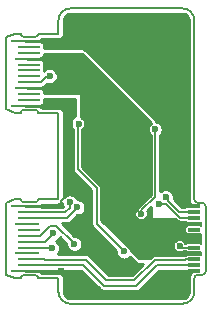
<source format=gbl>
G04 #@! TF.GenerationSoftware,KiCad,Pcbnew,5.0.1*
G04 #@! TF.CreationDate,2018-12-03T20:07:42+01:00*
G04 #@! TF.ProjectId,pd-buddy-wye,70642D62756464792D7779652E6B6963,v1.2*
G04 #@! TF.SameCoordinates,Original*
G04 #@! TF.FileFunction,Copper,L2,Bot,Signal*
G04 #@! TF.FilePolarity,Positive*
%FSLAX46Y46*%
G04 Gerber Fmt 4.6, Leading zero omitted, Abs format (unit mm)*
G04 Created by KiCad (PCBNEW 5.0.1) date Mo 03 Dez 2018 20:07:42 CET*
%MOMM*%
%LPD*%
G01*
G04 APERTURE LIST*
G04 #@! TA.AperFunction,NonConductor*
%ADD10C,0.150000*%
G04 #@! TD*
G04 #@! TA.AperFunction,SMDPad,CuDef*
%ADD11R,1.150000X0.700000*%
G04 #@! TD*
G04 #@! TA.AperFunction,SMDPad,CuDef*
%ADD12R,1.000000X0.340000*%
G04 #@! TD*
G04 #@! TA.AperFunction,SMDPad,CuDef*
%ADD13R,0.500000X0.500000*%
G04 #@! TD*
G04 #@! TA.AperFunction,ConnectorPad*
%ADD14R,1.830000X0.250000*%
G04 #@! TD*
G04 #@! TA.AperFunction,ConnectorPad*
%ADD15R,2.030000X0.250000*%
G04 #@! TD*
G04 #@! TA.AperFunction,ConnectorPad*
%ADD16R,2.380000X0.250000*%
G04 #@! TD*
G04 #@! TA.AperFunction,ComponentPad*
%ADD17C,6.400000*%
G04 #@! TD*
G04 #@! TA.AperFunction,ComponentPad*
%ADD18C,0.600000*%
G04 #@! TD*
G04 #@! TA.AperFunction,ViaPad*
%ADD19C,0.700000*%
G04 #@! TD*
G04 #@! TA.AperFunction,ViaPad*
%ADD20C,0.600000*%
G04 #@! TD*
G04 #@! TA.AperFunction,Conductor*
%ADD21C,0.250000*%
G04 #@! TD*
G04 #@! TA.AperFunction,Conductor*
%ADD22C,0.160000*%
G04 #@! TD*
G04 #@! TA.AperFunction,Conductor*
%ADD23C,0.200000*%
G04 #@! TD*
G04 #@! TA.AperFunction,Conductor*
%ADD24C,0.127000*%
G04 #@! TD*
G04 #@! TA.AperFunction,Conductor*
%ADD25C,0.254000*%
G04 #@! TD*
G04 APERTURE END LIST*
D10*
X30900000Y-22550000D02*
X30900000Y-15500000D01*
X30900000Y-38550000D02*
X30900000Y-37400000D01*
X17700000Y-30700000D02*
G75*
G02X17450000Y-30950000I-250000J0D01*
G01*
X16450000Y-30950000D02*
G75*
G02X16200000Y-30700000I0J250000D01*
G01*
X16200000Y-37400000D02*
G75*
G02X16450000Y-37150000I250000J0D01*
G01*
X17450000Y-37150000D02*
G75*
G02X17700000Y-37400000I0J-250000D01*
G01*
X17450000Y-23150000D02*
G75*
G02X17700000Y-23400000I0J-250000D01*
G01*
X16200000Y-23400000D02*
G75*
G02X16450000Y-23150000I250000J0D01*
G01*
X16450000Y-16950000D02*
G75*
G02X16200000Y-16700000I0J250000D01*
G01*
X17700000Y-16700000D02*
G75*
G02X17450000Y-16950000I-250000J0D01*
G01*
X19400000Y-37400000D02*
X19400000Y-38550000D01*
X17700000Y-37400000D02*
X19400000Y-37400000D01*
X16450000Y-37150000D02*
X17450000Y-37150000D01*
X15700000Y-37400000D02*
X16200000Y-37400000D01*
X14950000Y-37100000D02*
X15700000Y-37400000D01*
X14950000Y-31000000D02*
X14950000Y-37100000D01*
X15700000Y-30700000D02*
X14950000Y-31000000D01*
X16200000Y-30700000D02*
X15700000Y-30700000D01*
X17450000Y-30950000D02*
X16450000Y-30950000D01*
X19400000Y-30700000D02*
X17700000Y-30700000D01*
X19400000Y-23400000D02*
X19400000Y-30700000D01*
X17700000Y-23400000D02*
X19400000Y-23400000D01*
X16450000Y-23150000D02*
X17450000Y-23150000D01*
X15700000Y-23400000D02*
X16200000Y-23400000D01*
X14950000Y-23100000D02*
X15700000Y-23400000D01*
X14950000Y-17000000D02*
X14950000Y-23100000D01*
X15700000Y-16700000D02*
X14950000Y-17000000D01*
X16200000Y-16700000D02*
X15700000Y-16700000D01*
X17450000Y-16950000D02*
X16450000Y-16950000D01*
X19400000Y-16700000D02*
X17700000Y-16700000D01*
X19400000Y-15550000D02*
X19400000Y-16700000D01*
X31200000Y-31000000D02*
X31560000Y-31000000D01*
X30900000Y-30700000D02*
G75*
G03X31200000Y-31000000I300000J0D01*
G01*
X31860000Y-31300000D02*
X31860000Y-36800000D01*
X31860000Y-31300000D02*
G75*
G03X31560000Y-31000000I-300000J0D01*
G01*
X31560000Y-37100000D02*
X31200000Y-37100000D01*
X31560000Y-37100000D02*
G75*
G03X31860000Y-36800000I0J300000D01*
G01*
X31200000Y-37100000D02*
G75*
G03X30900000Y-37400000I0J-300000D01*
G01*
X30900000Y-15550000D02*
G75*
G03X29900000Y-14550000I-1000000J0D01*
G01*
X20400000Y-14550000D02*
G75*
G03X19400000Y-15550000I0J-1000000D01*
G01*
X19400000Y-38550000D02*
G75*
G03X20400000Y-39550000I1000000J0D01*
G01*
X29900000Y-39550000D02*
G75*
G03X30900000Y-38550000I0J1000000D01*
G01*
X20400000Y-39550000D02*
X29900000Y-39550000D01*
X29900000Y-14550000D02*
X20400000Y-14550000D01*
X30900000Y-30700000D02*
X30900000Y-22550000D01*
D11*
G04 #@! TO.P,P1,S1*
G04 #@! TO.N,GND*
X30020000Y-37470000D03*
D12*
G04 #@! TO.P,P1,B1*
X30860000Y-36800000D03*
G04 #@! TO.P,P1,B2*
G04 #@! TO.N,/TX2+*
X30860000Y-36300000D03*
G04 #@! TO.P,P1,B3*
G04 #@! TO.N,/TX2-*
X30860000Y-35800000D03*
G04 #@! TO.P,P1,B4*
G04 #@! TO.N,VBUS*
X30860000Y-35300000D03*
G04 #@! TO.P,P1,B5*
G04 #@! TO.N,/CC2P*
X30860000Y-34800000D03*
G04 #@! TO.P,P1,B8*
G04 #@! TO.N,Net-(P1-PadB8)*
X30860000Y-33300000D03*
G04 #@! TO.P,P1,B9*
G04 #@! TO.N,VBUS*
X30860000Y-32800000D03*
G04 #@! TO.P,P1,B10*
G04 #@! TO.N,/RX1-*
X30860000Y-32300000D03*
G04 #@! TO.P,P1,B11*
G04 #@! TO.N,/RX1+*
X30860000Y-31800000D03*
G04 #@! TO.P,P1,B12*
G04 #@! TO.N,GND*
X30860000Y-31300000D03*
G04 #@! TD*
D13*
G04 #@! TO.P,J2,S1*
G04 #@! TO.N,GND*
X19650000Y-31300000D03*
X19650000Y-36800000D03*
D14*
G04 #@! TO.P,J2,B11*
G04 #@! TO.N,/RX1+*
X16865000Y-31800000D03*
G04 #@! TO.P,J2,B6*
G04 #@! TO.N,/D+*
X16865000Y-34300000D03*
D15*
G04 #@! TO.P,J2,B4*
G04 #@! TO.N,VBUS*
X16765000Y-35300000D03*
D14*
G04 #@! TO.P,J2,B10*
G04 #@! TO.N,/RX1-*
X16865000Y-32300000D03*
D15*
G04 #@! TO.P,J2,B9*
G04 #@! TO.N,VBUS*
X16765000Y-32800000D03*
D14*
G04 #@! TO.P,J2,B2*
G04 #@! TO.N,/TX2+*
X16865000Y-36300000D03*
D16*
G04 #@! TO.P,J2,B1*
G04 #@! TO.N,GND*
X16590000Y-36800000D03*
D14*
G04 #@! TO.P,J2,B3*
G04 #@! TO.N,/TX2-*
X16865000Y-35800000D03*
D16*
G04 #@! TO.P,J2,B12*
G04 #@! TO.N,GND*
X16590000Y-31300000D03*
D14*
G04 #@! TO.P,J2,B8*
G04 #@! TO.N,Net-(J2-PadB8)*
X16865000Y-33300000D03*
G04 #@! TO.P,J2,B5*
G04 #@! TO.N,/CC2D*
X16865000Y-34800000D03*
G04 #@! TO.P,J2,B7*
G04 #@! TO.N,/D-*
X16865000Y-33800000D03*
G04 #@! TD*
G04 #@! TO.P,J1,B7*
G04 #@! TO.N,Net-(J1-PadB7)*
X16865000Y-19800000D03*
G04 #@! TO.P,J1,B5*
G04 #@! TO.N,/CC2P*
X16865000Y-20800000D03*
G04 #@! TO.P,J1,B8*
G04 #@! TO.N,Net-(J1-PadB8)*
X16865000Y-19300000D03*
D16*
G04 #@! TO.P,J1,B12*
G04 #@! TO.N,GND*
X16590000Y-17300000D03*
D14*
G04 #@! TO.P,J1,B3*
G04 #@! TO.N,Net-(J1-PadB3)*
X16865000Y-21800000D03*
D16*
G04 #@! TO.P,J1,B1*
G04 #@! TO.N,GND*
X16590000Y-22800000D03*
D14*
G04 #@! TO.P,J1,B2*
G04 #@! TO.N,Net-(J1-PadB2)*
X16865000Y-22300000D03*
D15*
G04 #@! TO.P,J1,B9*
G04 #@! TO.N,VBUS*
X16765000Y-18800000D03*
D14*
G04 #@! TO.P,J1,B10*
G04 #@! TO.N,Net-(J1-PadB10)*
X16865000Y-18300000D03*
D15*
G04 #@! TO.P,J1,B4*
G04 #@! TO.N,VBUS*
X16765000Y-21300000D03*
D14*
G04 #@! TO.P,J1,B6*
G04 #@! TO.N,Net-(J1-PadB6)*
X16865000Y-20300000D03*
G04 #@! TO.P,J1,B11*
G04 #@! TO.N,Net-(J1-PadB11)*
X16865000Y-17800000D03*
D13*
G04 #@! TO.P,J1,S1*
G04 #@! TO.N,GND*
X19650000Y-22800000D03*
X19650000Y-17300000D03*
G04 #@! TD*
D17*
G04 #@! TO.P,MK1,1*
G04 #@! TO.N,GND*
X26950000Y-18500000D03*
D18*
G04 #@! TO.P,MK1,*
G04 #@! TO.N,*
X29350000Y-18500000D03*
X28647056Y-20197056D03*
X26950000Y-20900000D03*
X25252944Y-20197056D03*
X24550000Y-18500000D03*
X25252944Y-16802944D03*
X26950000Y-16100000D03*
X28647056Y-16802944D03*
G04 #@! TD*
D19*
G04 #@! TO.N,GND*
X20400000Y-23550000D03*
X20400000Y-23050000D03*
X20400000Y-22550000D03*
X20400000Y-17550000D03*
X20400000Y-17050000D03*
X20400000Y-16550000D03*
D20*
X28950000Y-37850000D03*
X28950000Y-38300000D03*
D19*
X20450000Y-37050000D03*
D20*
X21300000Y-32880000D03*
X23800038Y-34941338D03*
X28900000Y-29200000D03*
X29350000Y-29200000D03*
X29800000Y-29200000D03*
X30250000Y-29200000D03*
X28450000Y-29200000D03*
X28950000Y-36950000D03*
X28950000Y-37400000D03*
X25550000Y-36900000D03*
X25100000Y-36900000D03*
X24650000Y-36900000D03*
X24200000Y-36900000D03*
X23750000Y-36900000D03*
X21300000Y-29450000D03*
X20950000Y-29150000D03*
X20650000Y-28850000D03*
X20350000Y-28550000D03*
D19*
G04 #@! TO.N,VBUS*
X19900000Y-18800000D03*
X20400000Y-18800000D03*
X20900000Y-18800000D03*
X19900022Y-21300000D03*
X20400000Y-21300000D03*
X20900000Y-21300000D03*
D20*
X28450000Y-32850000D03*
X28900000Y-32850000D03*
X28000000Y-32850000D03*
X27550000Y-32850000D03*
X27192091Y-32657236D03*
X28500000Y-35250000D03*
X28050000Y-35250000D03*
X27600000Y-35250000D03*
X26700000Y-35250000D03*
X27150000Y-35250000D03*
G04 #@! TO.N,/D+*
X18950000Y-33600000D03*
G04 #@! TO.N,/D-*
X20749996Y-34500000D03*
G04 #@! TO.N,/CC1P*
X26390000Y-31950000D03*
X27550000Y-24800000D03*
G04 #@! TO.N,/CC2P*
X18649970Y-20300000D03*
X29659991Y-34685021D03*
X24939990Y-35130000D03*
X21100000Y-24300000D03*
G04 #@! TO.N,/CC2D*
X18850000Y-34850000D03*
G04 #@! TO.N,/RX1-*
X27874479Y-31100521D03*
X21000000Y-31400000D03*
G04 #@! TO.N,/RX1+*
X28475521Y-30499479D03*
X20352913Y-30970797D03*
G04 #@! TD*
D21*
G04 #@! TO.N,GND*
X16590000Y-22800000D02*
X20150000Y-22800000D01*
X16590000Y-17300000D02*
X20150000Y-17300000D01*
X16590000Y-36800000D02*
X19650000Y-36800000D01*
X20200000Y-36800000D02*
X20450000Y-37050000D01*
X19650000Y-36800000D02*
X20200000Y-36800000D01*
X16590000Y-31300000D02*
X19650000Y-31300000D01*
D22*
X19650000Y-30890000D02*
X19650000Y-31300000D01*
X21300000Y-32880000D02*
X21300000Y-32300000D01*
X20490000Y-30050000D02*
X19650000Y-30890000D01*
D21*
G04 #@! TO.N,VBUS*
X16765000Y-18800000D02*
X19900000Y-18800000D01*
X16765000Y-21300000D02*
X19900022Y-21300000D01*
D22*
G04 #@! TO.N,/D+*
X16865000Y-34300000D02*
X18250000Y-34300000D01*
X18650001Y-33899999D02*
X18950000Y-33600000D01*
X18250000Y-34300000D02*
X18650001Y-33899999D01*
G04 #@! TO.N,/D-*
X20749996Y-34449996D02*
X20749996Y-34600000D01*
X20700000Y-34400000D02*
X20749996Y-34449996D01*
X20750000Y-34450000D02*
X20750000Y-34550000D01*
X18700000Y-32950000D02*
X19200000Y-32950000D01*
X16865000Y-33800000D02*
X17850000Y-33800000D01*
X20700000Y-34450000D02*
X20750000Y-34450000D01*
X19200000Y-32950000D02*
X20700000Y-34450000D01*
X17850000Y-33800000D02*
X18700000Y-32950000D01*
G04 #@! TO.N,/CC1P*
X27550000Y-30500000D02*
X27550000Y-24800000D01*
X26390000Y-31950000D02*
X26390000Y-31660000D01*
X26390000Y-31660000D02*
X27550000Y-30500000D01*
G04 #@! TO.N,/CC2P*
X18400000Y-20300000D02*
X18649970Y-20300000D01*
X16865000Y-20800000D02*
X17900000Y-20800000D01*
X17900000Y-20800000D02*
X18400000Y-20300000D01*
X30860000Y-34800000D02*
X29774970Y-34800000D01*
X29774970Y-34800000D02*
X29659991Y-34685021D01*
X21050000Y-24350000D02*
X21100000Y-24300000D01*
X22650000Y-29750000D02*
X21050000Y-28150000D01*
X24939990Y-35130000D02*
X22650000Y-32840010D01*
X21050000Y-28150000D02*
X21050000Y-24350000D01*
X22650000Y-32840010D02*
X22650000Y-29750000D01*
G04 #@! TO.N,/CC2D*
X16865000Y-34800000D02*
X18800000Y-34800000D01*
X18800000Y-34800000D02*
X18850000Y-34850000D01*
D23*
G04 #@! TO.N,/TX2+*
X18262501Y-36275000D02*
X21506800Y-36275000D01*
X16865000Y-36300000D02*
X18237501Y-36300000D01*
X18237501Y-36300000D02*
X18262501Y-36275000D01*
X21506800Y-36275000D02*
X23256800Y-38025000D01*
X23256800Y-38025000D02*
X25993200Y-38025000D01*
X25993200Y-38025000D02*
X27743200Y-36275000D01*
X30109999Y-36300000D02*
X30860000Y-36300000D01*
X30084999Y-36275000D02*
X30109999Y-36300000D01*
X27743200Y-36275000D02*
X30084999Y-36275000D01*
G04 #@! TO.N,/TX2-*
X16865000Y-35800000D02*
X18237501Y-35800000D01*
X18262501Y-35825000D02*
X21693200Y-35825000D01*
X18237501Y-35800000D02*
X18262501Y-35825000D01*
X21693200Y-35825000D02*
X23443200Y-37575000D01*
X23443200Y-37575000D02*
X25806800Y-37575000D01*
X25806800Y-37575000D02*
X27556800Y-35825000D01*
X30109999Y-35800000D02*
X30860000Y-35800000D01*
X27556800Y-35825000D02*
X30084999Y-35825000D01*
X30084999Y-35825000D02*
X30109999Y-35800000D01*
D22*
G04 #@! TO.N,/RX1-*
X30200000Y-32300000D02*
X30860000Y-32300000D01*
X29675000Y-32300000D02*
X30200000Y-32300000D01*
X27874479Y-31100521D02*
X28475521Y-31100521D01*
X28475521Y-31100521D02*
X29675000Y-32300000D01*
X20100000Y-32300000D02*
X20700001Y-31699999D01*
X16865000Y-32300000D02*
X20100000Y-32300000D01*
X20700001Y-31699999D02*
X21000000Y-31400000D01*
G04 #@! TO.N,/RX1+*
X29625000Y-31800000D02*
X30860000Y-31800000D01*
X28475521Y-30499479D02*
X28666563Y-30690521D01*
X28666563Y-30690521D02*
X28666563Y-30841563D01*
X28666563Y-30841563D02*
X29625000Y-31800000D01*
X16865000Y-31800000D02*
X19976690Y-31800000D01*
X20352913Y-31395061D02*
X20352913Y-30970797D01*
X20352913Y-31423777D02*
X20352913Y-31395061D01*
X19976690Y-31800000D02*
X20352913Y-31423777D01*
G04 #@! TD*
D24*
G04 #@! TO.N,VBUS*
G36*
X29457266Y-32497337D02*
X29466460Y-32508540D01*
X29511151Y-32545217D01*
X29562139Y-32572471D01*
X29600681Y-32584162D01*
X29617463Y-32589253D01*
X29623128Y-32589811D01*
X29660583Y-32593500D01*
X29660590Y-32593500D01*
X29674999Y-32594919D01*
X29689408Y-32593500D01*
X30185161Y-32593500D01*
X30208302Y-32621698D01*
X30240812Y-32648378D01*
X30277902Y-32668203D01*
X30318147Y-32680411D01*
X30360000Y-32684533D01*
X31360000Y-32684533D01*
X31401853Y-32680411D01*
X31442098Y-32668203D01*
X31479188Y-32648378D01*
X31486500Y-32642377D01*
X31486500Y-32957623D01*
X31479188Y-32951622D01*
X31442098Y-32931797D01*
X31401853Y-32919589D01*
X31360000Y-32915467D01*
X30360000Y-32915467D01*
X30318147Y-32919589D01*
X30277902Y-32931797D01*
X30240812Y-32951622D01*
X30208302Y-32978302D01*
X30181622Y-33010812D01*
X30161797Y-33047902D01*
X30149589Y-33088147D01*
X30145467Y-33130000D01*
X30145467Y-33470000D01*
X30149589Y-33511853D01*
X30161797Y-33552098D01*
X30181622Y-33589188D01*
X30208302Y-33621698D01*
X30240812Y-33648378D01*
X30277902Y-33668203D01*
X30318147Y-33680411D01*
X30360000Y-33684533D01*
X31360000Y-33684533D01*
X31401853Y-33680411D01*
X31442098Y-33668203D01*
X31479188Y-33648378D01*
X31486500Y-33642377D01*
X31486500Y-34457623D01*
X31479188Y-34451622D01*
X31442098Y-34431797D01*
X31401853Y-34419589D01*
X31360000Y-34415467D01*
X30360000Y-34415467D01*
X30318147Y-34419589D01*
X30277902Y-34431797D01*
X30240812Y-34451622D01*
X30208302Y-34478302D01*
X30185161Y-34506500D01*
X30141854Y-34506500D01*
X30115049Y-34441787D01*
X30058853Y-34357684D01*
X29987328Y-34286159D01*
X29903225Y-34229963D01*
X29809774Y-34191254D01*
X29710566Y-34171521D01*
X29609416Y-34171521D01*
X29510208Y-34191254D01*
X29416757Y-34229963D01*
X29332654Y-34286159D01*
X29261129Y-34357684D01*
X29204933Y-34441787D01*
X29166224Y-34535238D01*
X29146491Y-34634446D01*
X29146491Y-34735596D01*
X29166224Y-34834804D01*
X29204933Y-34928255D01*
X29261129Y-35012358D01*
X29332654Y-35083883D01*
X29416757Y-35140079D01*
X29510208Y-35178788D01*
X29609416Y-35198521D01*
X29710566Y-35198521D01*
X29809774Y-35178788D01*
X29903225Y-35140079D01*
X29972935Y-35093500D01*
X30185161Y-35093500D01*
X30208302Y-35121698D01*
X30240812Y-35148378D01*
X30277902Y-35168203D01*
X30318147Y-35180411D01*
X30360000Y-35184533D01*
X31360000Y-35184533D01*
X31401853Y-35180411D01*
X31442098Y-35168203D01*
X31479188Y-35148378D01*
X31486500Y-35142377D01*
X31486500Y-35457623D01*
X31479188Y-35451622D01*
X31442098Y-35431797D01*
X31401853Y-35419589D01*
X31360000Y-35415467D01*
X30360000Y-35415467D01*
X30318147Y-35419589D01*
X30277902Y-35431797D01*
X30240812Y-35451622D01*
X30208302Y-35478302D01*
X30201574Y-35486500D01*
X30125380Y-35486500D01*
X30109998Y-35484985D01*
X30094616Y-35486500D01*
X30094607Y-35486500D01*
X30048542Y-35491037D01*
X29989448Y-35508963D01*
X29984702Y-35511500D01*
X27572192Y-35511500D01*
X27556800Y-35509984D01*
X27541408Y-35511500D01*
X27495343Y-35516037D01*
X27436249Y-35533963D01*
X27381786Y-35563074D01*
X27334050Y-35602250D01*
X27324238Y-35614206D01*
X27201944Y-35736500D01*
X26263500Y-35736500D01*
X26263500Y-32448398D01*
X26339425Y-32463500D01*
X26440575Y-32463500D01*
X26539783Y-32443767D01*
X26633234Y-32405058D01*
X26695430Y-32363500D01*
X29323429Y-32363500D01*
X29457266Y-32497337D01*
X29457266Y-32497337D01*
G37*
X29457266Y-32497337D02*
X29466460Y-32508540D01*
X29511151Y-32545217D01*
X29562139Y-32572471D01*
X29600681Y-32584162D01*
X29617463Y-32589253D01*
X29623128Y-32589811D01*
X29660583Y-32593500D01*
X29660590Y-32593500D01*
X29674999Y-32594919D01*
X29689408Y-32593500D01*
X30185161Y-32593500D01*
X30208302Y-32621698D01*
X30240812Y-32648378D01*
X30277902Y-32668203D01*
X30318147Y-32680411D01*
X30360000Y-32684533D01*
X31360000Y-32684533D01*
X31401853Y-32680411D01*
X31442098Y-32668203D01*
X31479188Y-32648378D01*
X31486500Y-32642377D01*
X31486500Y-32957623D01*
X31479188Y-32951622D01*
X31442098Y-32931797D01*
X31401853Y-32919589D01*
X31360000Y-32915467D01*
X30360000Y-32915467D01*
X30318147Y-32919589D01*
X30277902Y-32931797D01*
X30240812Y-32951622D01*
X30208302Y-32978302D01*
X30181622Y-33010812D01*
X30161797Y-33047902D01*
X30149589Y-33088147D01*
X30145467Y-33130000D01*
X30145467Y-33470000D01*
X30149589Y-33511853D01*
X30161797Y-33552098D01*
X30181622Y-33589188D01*
X30208302Y-33621698D01*
X30240812Y-33648378D01*
X30277902Y-33668203D01*
X30318147Y-33680411D01*
X30360000Y-33684533D01*
X31360000Y-33684533D01*
X31401853Y-33680411D01*
X31442098Y-33668203D01*
X31479188Y-33648378D01*
X31486500Y-33642377D01*
X31486500Y-34457623D01*
X31479188Y-34451622D01*
X31442098Y-34431797D01*
X31401853Y-34419589D01*
X31360000Y-34415467D01*
X30360000Y-34415467D01*
X30318147Y-34419589D01*
X30277902Y-34431797D01*
X30240812Y-34451622D01*
X30208302Y-34478302D01*
X30185161Y-34506500D01*
X30141854Y-34506500D01*
X30115049Y-34441787D01*
X30058853Y-34357684D01*
X29987328Y-34286159D01*
X29903225Y-34229963D01*
X29809774Y-34191254D01*
X29710566Y-34171521D01*
X29609416Y-34171521D01*
X29510208Y-34191254D01*
X29416757Y-34229963D01*
X29332654Y-34286159D01*
X29261129Y-34357684D01*
X29204933Y-34441787D01*
X29166224Y-34535238D01*
X29146491Y-34634446D01*
X29146491Y-34735596D01*
X29166224Y-34834804D01*
X29204933Y-34928255D01*
X29261129Y-35012358D01*
X29332654Y-35083883D01*
X29416757Y-35140079D01*
X29510208Y-35178788D01*
X29609416Y-35198521D01*
X29710566Y-35198521D01*
X29809774Y-35178788D01*
X29903225Y-35140079D01*
X29972935Y-35093500D01*
X30185161Y-35093500D01*
X30208302Y-35121698D01*
X30240812Y-35148378D01*
X30277902Y-35168203D01*
X30318147Y-35180411D01*
X30360000Y-35184533D01*
X31360000Y-35184533D01*
X31401853Y-35180411D01*
X31442098Y-35168203D01*
X31479188Y-35148378D01*
X31486500Y-35142377D01*
X31486500Y-35457623D01*
X31479188Y-35451622D01*
X31442098Y-35431797D01*
X31401853Y-35419589D01*
X31360000Y-35415467D01*
X30360000Y-35415467D01*
X30318147Y-35419589D01*
X30277902Y-35431797D01*
X30240812Y-35451622D01*
X30208302Y-35478302D01*
X30201574Y-35486500D01*
X30125380Y-35486500D01*
X30109998Y-35484985D01*
X30094616Y-35486500D01*
X30094607Y-35486500D01*
X30048542Y-35491037D01*
X29989448Y-35508963D01*
X29984702Y-35511500D01*
X27572192Y-35511500D01*
X27556800Y-35509984D01*
X27541408Y-35511500D01*
X27495343Y-35516037D01*
X27436249Y-35533963D01*
X27381786Y-35563074D01*
X27334050Y-35602250D01*
X27324238Y-35614206D01*
X27201944Y-35736500D01*
X26263500Y-35736500D01*
X26263500Y-32448398D01*
X26339425Y-32463500D01*
X26440575Y-32463500D01*
X26539783Y-32443767D01*
X26633234Y-32405058D01*
X26695430Y-32363500D01*
X29323429Y-32363500D01*
X29457266Y-32497337D01*
D25*
G04 #@! TO.N,GND*
G36*
X22899975Y-38348412D02*
X22915036Y-38366764D01*
X22988278Y-38426872D01*
X23071839Y-38471536D01*
X23135003Y-38490696D01*
X23162507Y-38499040D01*
X23256800Y-38508327D01*
X23280426Y-38506000D01*
X25969574Y-38506000D01*
X25993200Y-38508327D01*
X26016826Y-38506000D01*
X26021883Y-38505502D01*
X26087492Y-38499040D01*
X26178161Y-38471536D01*
X26261722Y-38426872D01*
X26334964Y-38366764D01*
X26350030Y-38348406D01*
X27942437Y-36756000D01*
X29956237Y-36756000D01*
X30015707Y-36774040D01*
X30086373Y-36781000D01*
X30086374Y-36781000D01*
X30109998Y-36783327D01*
X30133622Y-36781000D01*
X30138382Y-36781000D01*
X30147304Y-36788322D01*
X30213492Y-36823701D01*
X30285311Y-36845487D01*
X30360000Y-36852843D01*
X30680985Y-36852843D01*
X30667333Y-36866591D01*
X30637811Y-36895500D01*
X30633753Y-36900406D01*
X30596748Y-36945779D01*
X30573874Y-36980207D01*
X30550530Y-37014298D01*
X30547502Y-37019899D01*
X30520014Y-37071595D01*
X30504249Y-37109841D01*
X30487981Y-37147797D01*
X30486104Y-37153863D01*
X30486099Y-37153875D01*
X30486098Y-37153882D01*
X30469176Y-37209930D01*
X30461149Y-37250467D01*
X30452554Y-37290904D01*
X30451890Y-37297225D01*
X30451889Y-37297231D01*
X30451889Y-37297236D01*
X30446176Y-37355505D01*
X30446176Y-37355517D01*
X30444001Y-37377601D01*
X30444000Y-38527694D01*
X30431494Y-38655238D01*
X30400930Y-38756470D01*
X30351288Y-38849835D01*
X30284454Y-38931782D01*
X30202980Y-38999183D01*
X30109963Y-39049477D01*
X30008948Y-39080746D01*
X29882853Y-39094000D01*
X20422306Y-39094000D01*
X20294762Y-39081494D01*
X20193530Y-39050930D01*
X20100165Y-39001288D01*
X20018218Y-38934454D01*
X19950817Y-38852980D01*
X19900523Y-38759963D01*
X19869254Y-38658948D01*
X19856000Y-38532853D01*
X19856000Y-37422399D01*
X19858206Y-37400000D01*
X19849402Y-37310608D01*
X19823327Y-37224652D01*
X19780984Y-37145434D01*
X19724001Y-37075999D01*
X19654566Y-37019016D01*
X19575348Y-36976673D01*
X19489392Y-36950598D01*
X19422399Y-36944000D01*
X19400000Y-36941794D01*
X19377601Y-36944000D01*
X17987488Y-36944000D01*
X17977519Y-36931949D01*
X17948180Y-36902813D01*
X17919265Y-36873286D01*
X17914377Y-36869243D01*
X17914372Y-36869238D01*
X17914367Y-36869235D01*
X17914359Y-36869228D01*
X17876548Y-36838391D01*
X17842130Y-36815524D01*
X17824510Y-36803459D01*
X17854689Y-36800487D01*
X17918929Y-36781000D01*
X18213875Y-36781000D01*
X18237501Y-36783327D01*
X18261127Y-36781000D01*
X18266397Y-36780481D01*
X18331793Y-36774040D01*
X18338238Y-36772085D01*
X18391263Y-36756000D01*
X21307564Y-36756000D01*
X22899975Y-38348412D01*
X22899975Y-38348412D01*
G37*
X22899975Y-38348412D02*
X22915036Y-38366764D01*
X22988278Y-38426872D01*
X23071839Y-38471536D01*
X23135003Y-38490696D01*
X23162507Y-38499040D01*
X23256800Y-38508327D01*
X23280426Y-38506000D01*
X25969574Y-38506000D01*
X25993200Y-38508327D01*
X26016826Y-38506000D01*
X26021883Y-38505502D01*
X26087492Y-38499040D01*
X26178161Y-38471536D01*
X26261722Y-38426872D01*
X26334964Y-38366764D01*
X26350030Y-38348406D01*
X27942437Y-36756000D01*
X29956237Y-36756000D01*
X30015707Y-36774040D01*
X30086373Y-36781000D01*
X30086374Y-36781000D01*
X30109998Y-36783327D01*
X30133622Y-36781000D01*
X30138382Y-36781000D01*
X30147304Y-36788322D01*
X30213492Y-36823701D01*
X30285311Y-36845487D01*
X30360000Y-36852843D01*
X30680985Y-36852843D01*
X30667333Y-36866591D01*
X30637811Y-36895500D01*
X30633753Y-36900406D01*
X30596748Y-36945779D01*
X30573874Y-36980207D01*
X30550530Y-37014298D01*
X30547502Y-37019899D01*
X30520014Y-37071595D01*
X30504249Y-37109841D01*
X30487981Y-37147797D01*
X30486104Y-37153863D01*
X30486099Y-37153875D01*
X30486098Y-37153882D01*
X30469176Y-37209930D01*
X30461149Y-37250467D01*
X30452554Y-37290904D01*
X30451890Y-37297225D01*
X30451889Y-37297231D01*
X30451889Y-37297236D01*
X30446176Y-37355505D01*
X30446176Y-37355517D01*
X30444001Y-37377601D01*
X30444000Y-38527694D01*
X30431494Y-38655238D01*
X30400930Y-38756470D01*
X30351288Y-38849835D01*
X30284454Y-38931782D01*
X30202980Y-38999183D01*
X30109963Y-39049477D01*
X30008948Y-39080746D01*
X29882853Y-39094000D01*
X20422306Y-39094000D01*
X20294762Y-39081494D01*
X20193530Y-39050930D01*
X20100165Y-39001288D01*
X20018218Y-38934454D01*
X19950817Y-38852980D01*
X19900523Y-38759963D01*
X19869254Y-38658948D01*
X19856000Y-38532853D01*
X19856000Y-37422399D01*
X19858206Y-37400000D01*
X19849402Y-37310608D01*
X19823327Y-37224652D01*
X19780984Y-37145434D01*
X19724001Y-37075999D01*
X19654566Y-37019016D01*
X19575348Y-36976673D01*
X19489392Y-36950598D01*
X19422399Y-36944000D01*
X19400000Y-36941794D01*
X19377601Y-36944000D01*
X17987488Y-36944000D01*
X17977519Y-36931949D01*
X17948180Y-36902813D01*
X17919265Y-36873286D01*
X17914377Y-36869243D01*
X17914372Y-36869238D01*
X17914367Y-36869235D01*
X17914359Y-36869228D01*
X17876548Y-36838391D01*
X17842130Y-36815524D01*
X17824510Y-36803459D01*
X17854689Y-36800487D01*
X17918929Y-36781000D01*
X18213875Y-36781000D01*
X18237501Y-36783327D01*
X18261127Y-36781000D01*
X18266397Y-36780481D01*
X18331793Y-36774040D01*
X18338238Y-36772085D01*
X18391263Y-36756000D01*
X21307564Y-36756000D01*
X22899975Y-38348412D01*
G36*
X20837368Y-23671677D02*
X20777426Y-23696506D01*
X20665888Y-23771033D01*
X20571033Y-23865888D01*
X20496506Y-23977426D01*
X20445171Y-24101360D01*
X20419000Y-24232927D01*
X20419000Y-24367073D01*
X20445171Y-24498640D01*
X20496506Y-24622574D01*
X20571033Y-24734112D01*
X20589001Y-24752080D01*
X20589000Y-28127367D01*
X20586771Y-28150000D01*
X20589000Y-28172633D01*
X20589000Y-28172640D01*
X20595671Y-28240371D01*
X20622031Y-28327269D01*
X20664838Y-28407356D01*
X20722447Y-28477553D01*
X20740042Y-28491993D01*
X22163663Y-29915616D01*
X22175255Y-32164464D01*
X22189000Y-32232496D01*
X22189000Y-32817376D01*
X22186771Y-32840010D01*
X22189000Y-32862643D01*
X22189000Y-32862650D01*
X22195671Y-32930381D01*
X22222031Y-33017279D01*
X22264838Y-33097366D01*
X22322447Y-33167563D01*
X22340042Y-33182003D01*
X24258990Y-35100952D01*
X24258990Y-35197073D01*
X24285161Y-35328640D01*
X24336496Y-35452574D01*
X24411023Y-35564112D01*
X24505878Y-35658967D01*
X24617416Y-35733494D01*
X24741350Y-35784829D01*
X24872917Y-35811000D01*
X25007063Y-35811000D01*
X25138630Y-35784829D01*
X25262564Y-35733494D01*
X25374102Y-35658967D01*
X25446712Y-35586357D01*
X25930591Y-36069406D01*
X25930592Y-36069408D01*
X25930594Y-36069409D01*
X25930824Y-36069639D01*
X26054198Y-36151998D01*
X26200000Y-36181000D01*
X26520563Y-36181000D01*
X25607564Y-37094000D01*
X23642437Y-37094000D01*
X22050030Y-35501594D01*
X22034964Y-35483236D01*
X21961722Y-35423128D01*
X21878161Y-35378464D01*
X21787492Y-35350960D01*
X21716826Y-35344000D01*
X21693200Y-35341673D01*
X21669574Y-35344000D01*
X19319079Y-35344000D01*
X19378967Y-35284112D01*
X19453494Y-35172574D01*
X19504829Y-35048640D01*
X19531000Y-34917073D01*
X19531000Y-34782927D01*
X19504829Y-34651360D01*
X19453494Y-34527426D01*
X19378967Y-34415888D01*
X19284112Y-34321033D01*
X19172574Y-34246506D01*
X19170654Y-34245711D01*
X19272574Y-34203494D01*
X19384112Y-34128967D01*
X19478967Y-34034112D01*
X19540328Y-33942279D01*
X20068996Y-34470948D01*
X20068996Y-34567073D01*
X20095167Y-34698640D01*
X20146502Y-34822574D01*
X20221029Y-34934112D01*
X20315884Y-35028967D01*
X20427422Y-35103494D01*
X20551356Y-35154829D01*
X20682923Y-35181000D01*
X20817069Y-35181000D01*
X20948636Y-35154829D01*
X21072570Y-35103494D01*
X21184108Y-35028967D01*
X21278963Y-34934112D01*
X21353490Y-34822574D01*
X21404825Y-34698640D01*
X21430996Y-34567073D01*
X21430996Y-34432927D01*
X21404825Y-34301360D01*
X21353490Y-34177426D01*
X21278963Y-34065888D01*
X21184108Y-33971033D01*
X21072570Y-33896506D01*
X20948636Y-33845171D01*
X20817069Y-33819000D01*
X20720952Y-33819000D01*
X19662951Y-32761000D01*
X20077367Y-32761000D01*
X20100000Y-32763229D01*
X20122633Y-32761000D01*
X20122641Y-32761000D01*
X20190372Y-32754329D01*
X20277270Y-32727969D01*
X20357357Y-32685162D01*
X20427553Y-32627553D01*
X20441993Y-32609959D01*
X20970953Y-32081000D01*
X21067073Y-32081000D01*
X21198640Y-32054829D01*
X21322574Y-32003494D01*
X21434112Y-31928967D01*
X21528967Y-31834112D01*
X21603494Y-31722574D01*
X21654829Y-31598640D01*
X21681000Y-31467073D01*
X21681000Y-31332927D01*
X21654829Y-31201360D01*
X21603494Y-31077426D01*
X21528967Y-30965888D01*
X21434112Y-30871033D01*
X21322574Y-30796506D01*
X21198640Y-30745171D01*
X21067073Y-30719000D01*
X20985724Y-30719000D01*
X20956407Y-30648223D01*
X20881880Y-30536685D01*
X20787025Y-30441830D01*
X20675487Y-30367303D01*
X20551553Y-30315968D01*
X20419986Y-30289797D01*
X20285840Y-30289797D01*
X20154273Y-30315968D01*
X20030339Y-30367303D01*
X19918801Y-30441830D01*
X19856000Y-30504631D01*
X19856000Y-23422399D01*
X19858206Y-23400000D01*
X19849402Y-23310608D01*
X19823327Y-23224652D01*
X19780984Y-23145434D01*
X19724001Y-23075999D01*
X19654566Y-23019016D01*
X19575348Y-22976673D01*
X19489392Y-22950598D01*
X19422399Y-22944000D01*
X19400000Y-22941794D01*
X19377601Y-22944000D01*
X17987488Y-22944000D01*
X17977519Y-22931949D01*
X17948180Y-22902813D01*
X17919265Y-22873286D01*
X17914377Y-22869243D01*
X17914372Y-22869238D01*
X17914367Y-22869235D01*
X17914359Y-22869228D01*
X17876548Y-22838391D01*
X17842130Y-22815524D01*
X17824510Y-22803459D01*
X17854689Y-22800487D01*
X17926508Y-22778701D01*
X17992696Y-22743322D01*
X18050711Y-22695711D01*
X18098322Y-22637696D01*
X18133701Y-22571508D01*
X18155487Y-22499689D01*
X18162843Y-22425000D01*
X18162843Y-22181000D01*
X20839208Y-22181000D01*
X20837368Y-23671677D01*
X20837368Y-23671677D01*
G37*
X20837368Y-23671677D02*
X20777426Y-23696506D01*
X20665888Y-23771033D01*
X20571033Y-23865888D01*
X20496506Y-23977426D01*
X20445171Y-24101360D01*
X20419000Y-24232927D01*
X20419000Y-24367073D01*
X20445171Y-24498640D01*
X20496506Y-24622574D01*
X20571033Y-24734112D01*
X20589001Y-24752080D01*
X20589000Y-28127367D01*
X20586771Y-28150000D01*
X20589000Y-28172633D01*
X20589000Y-28172640D01*
X20595671Y-28240371D01*
X20622031Y-28327269D01*
X20664838Y-28407356D01*
X20722447Y-28477553D01*
X20740042Y-28491993D01*
X22163663Y-29915616D01*
X22175255Y-32164464D01*
X22189000Y-32232496D01*
X22189000Y-32817376D01*
X22186771Y-32840010D01*
X22189000Y-32862643D01*
X22189000Y-32862650D01*
X22195671Y-32930381D01*
X22222031Y-33017279D01*
X22264838Y-33097366D01*
X22322447Y-33167563D01*
X22340042Y-33182003D01*
X24258990Y-35100952D01*
X24258990Y-35197073D01*
X24285161Y-35328640D01*
X24336496Y-35452574D01*
X24411023Y-35564112D01*
X24505878Y-35658967D01*
X24617416Y-35733494D01*
X24741350Y-35784829D01*
X24872917Y-35811000D01*
X25007063Y-35811000D01*
X25138630Y-35784829D01*
X25262564Y-35733494D01*
X25374102Y-35658967D01*
X25446712Y-35586357D01*
X25930591Y-36069406D01*
X25930592Y-36069408D01*
X25930594Y-36069409D01*
X25930824Y-36069639D01*
X26054198Y-36151998D01*
X26200000Y-36181000D01*
X26520563Y-36181000D01*
X25607564Y-37094000D01*
X23642437Y-37094000D01*
X22050030Y-35501594D01*
X22034964Y-35483236D01*
X21961722Y-35423128D01*
X21878161Y-35378464D01*
X21787492Y-35350960D01*
X21716826Y-35344000D01*
X21693200Y-35341673D01*
X21669574Y-35344000D01*
X19319079Y-35344000D01*
X19378967Y-35284112D01*
X19453494Y-35172574D01*
X19504829Y-35048640D01*
X19531000Y-34917073D01*
X19531000Y-34782927D01*
X19504829Y-34651360D01*
X19453494Y-34527426D01*
X19378967Y-34415888D01*
X19284112Y-34321033D01*
X19172574Y-34246506D01*
X19170654Y-34245711D01*
X19272574Y-34203494D01*
X19384112Y-34128967D01*
X19478967Y-34034112D01*
X19540328Y-33942279D01*
X20068996Y-34470948D01*
X20068996Y-34567073D01*
X20095167Y-34698640D01*
X20146502Y-34822574D01*
X20221029Y-34934112D01*
X20315884Y-35028967D01*
X20427422Y-35103494D01*
X20551356Y-35154829D01*
X20682923Y-35181000D01*
X20817069Y-35181000D01*
X20948636Y-35154829D01*
X21072570Y-35103494D01*
X21184108Y-35028967D01*
X21278963Y-34934112D01*
X21353490Y-34822574D01*
X21404825Y-34698640D01*
X21430996Y-34567073D01*
X21430996Y-34432927D01*
X21404825Y-34301360D01*
X21353490Y-34177426D01*
X21278963Y-34065888D01*
X21184108Y-33971033D01*
X21072570Y-33896506D01*
X20948636Y-33845171D01*
X20817069Y-33819000D01*
X20720952Y-33819000D01*
X19662951Y-32761000D01*
X20077367Y-32761000D01*
X20100000Y-32763229D01*
X20122633Y-32761000D01*
X20122641Y-32761000D01*
X20190372Y-32754329D01*
X20277270Y-32727969D01*
X20357357Y-32685162D01*
X20427553Y-32627553D01*
X20441993Y-32609959D01*
X20970953Y-32081000D01*
X21067073Y-32081000D01*
X21198640Y-32054829D01*
X21322574Y-32003494D01*
X21434112Y-31928967D01*
X21528967Y-31834112D01*
X21603494Y-31722574D01*
X21654829Y-31598640D01*
X21681000Y-31467073D01*
X21681000Y-31332927D01*
X21654829Y-31201360D01*
X21603494Y-31077426D01*
X21528967Y-30965888D01*
X21434112Y-30871033D01*
X21322574Y-30796506D01*
X21198640Y-30745171D01*
X21067073Y-30719000D01*
X20985724Y-30719000D01*
X20956407Y-30648223D01*
X20881880Y-30536685D01*
X20787025Y-30441830D01*
X20675487Y-30367303D01*
X20551553Y-30315968D01*
X20419986Y-30289797D01*
X20285840Y-30289797D01*
X20154273Y-30315968D01*
X20030339Y-30367303D01*
X19918801Y-30441830D01*
X19856000Y-30504631D01*
X19856000Y-23422399D01*
X19858206Y-23400000D01*
X19849402Y-23310608D01*
X19823327Y-23224652D01*
X19780984Y-23145434D01*
X19724001Y-23075999D01*
X19654566Y-23019016D01*
X19575348Y-22976673D01*
X19489392Y-22950598D01*
X19422399Y-22944000D01*
X19400000Y-22941794D01*
X19377601Y-22944000D01*
X17987488Y-22944000D01*
X17977519Y-22931949D01*
X17948180Y-22902813D01*
X17919265Y-22873286D01*
X17914377Y-22869243D01*
X17914372Y-22869238D01*
X17914367Y-22869235D01*
X17914359Y-22869228D01*
X17876548Y-22838391D01*
X17842130Y-22815524D01*
X17824510Y-22803459D01*
X17854689Y-22800487D01*
X17926508Y-22778701D01*
X17992696Y-22743322D01*
X18050711Y-22695711D01*
X18098322Y-22637696D01*
X18133701Y-22571508D01*
X18155487Y-22499689D01*
X18162843Y-22425000D01*
X18162843Y-22181000D01*
X20839208Y-22181000D01*
X20837368Y-23671677D01*
G36*
X30005239Y-15018506D02*
X30106470Y-15049069D01*
X30199836Y-15098713D01*
X30281781Y-15165546D01*
X30349185Y-15247023D01*
X30399478Y-15340038D01*
X30430746Y-15441052D01*
X30444001Y-15567157D01*
X30444000Y-22572398D01*
X30444001Y-22572408D01*
X30444000Y-30722398D01*
X30445895Y-30741643D01*
X30445883Y-30743421D01*
X30446505Y-30749758D01*
X30449518Y-30778427D01*
X30450598Y-30789391D01*
X30450709Y-30789757D01*
X30452625Y-30807987D01*
X30460940Y-30848498D01*
X30468680Y-30889072D01*
X30470520Y-30895167D01*
X30487835Y-30951099D01*
X30503839Y-30989172D01*
X30519333Y-31027521D01*
X30522323Y-31033142D01*
X30550171Y-31084645D01*
X30573259Y-31118875D01*
X30595911Y-31153491D01*
X30599936Y-31158425D01*
X30637257Y-31203537D01*
X30666588Y-31232665D01*
X30680780Y-31247157D01*
X30360000Y-31247157D01*
X30285311Y-31254513D01*
X30213492Y-31276299D01*
X30147304Y-31311678D01*
X30114012Y-31339000D01*
X29815953Y-31339000D01*
X29137770Y-30660818D01*
X29156521Y-30566552D01*
X29156521Y-30432406D01*
X29130350Y-30300839D01*
X29079015Y-30176905D01*
X29004488Y-30065367D01*
X28909633Y-29970512D01*
X28798095Y-29895985D01*
X28674161Y-29844650D01*
X28542594Y-29818479D01*
X28408448Y-29818479D01*
X28276881Y-29844650D01*
X28152947Y-29895985D01*
X28041409Y-29970512D01*
X28011000Y-30000921D01*
X28011000Y-25302079D01*
X28078967Y-25234112D01*
X28153494Y-25122574D01*
X28204829Y-24998640D01*
X28231000Y-24867073D01*
X28231000Y-24732927D01*
X28204829Y-24601360D01*
X28153494Y-24477426D01*
X28078967Y-24365888D01*
X27984112Y-24271033D01*
X27872574Y-24196506D01*
X27748640Y-24145171D01*
X27687710Y-24133051D01*
X27676998Y-24079198D01*
X27594408Y-23955592D01*
X23768799Y-20129983D01*
X24571944Y-20129983D01*
X24571944Y-20264129D01*
X24598115Y-20395696D01*
X24649450Y-20519630D01*
X24723977Y-20631168D01*
X24818832Y-20726023D01*
X24930370Y-20800550D01*
X25054304Y-20851885D01*
X25185871Y-20878056D01*
X25320017Y-20878056D01*
X25451584Y-20851885D01*
X25497352Y-20832927D01*
X26269000Y-20832927D01*
X26269000Y-20967073D01*
X26295171Y-21098640D01*
X26346506Y-21222574D01*
X26421033Y-21334112D01*
X26515888Y-21428967D01*
X26627426Y-21503494D01*
X26751360Y-21554829D01*
X26882927Y-21581000D01*
X27017073Y-21581000D01*
X27148640Y-21554829D01*
X27272574Y-21503494D01*
X27384112Y-21428967D01*
X27478967Y-21334112D01*
X27553494Y-21222574D01*
X27604829Y-21098640D01*
X27631000Y-20967073D01*
X27631000Y-20832927D01*
X27604829Y-20701360D01*
X27553494Y-20577426D01*
X27478967Y-20465888D01*
X27384112Y-20371033D01*
X27272574Y-20296506D01*
X27148640Y-20245171D01*
X27017073Y-20219000D01*
X26882927Y-20219000D01*
X26751360Y-20245171D01*
X26627426Y-20296506D01*
X26515888Y-20371033D01*
X26421033Y-20465888D01*
X26346506Y-20577426D01*
X26295171Y-20701360D01*
X26269000Y-20832927D01*
X25497352Y-20832927D01*
X25575518Y-20800550D01*
X25687056Y-20726023D01*
X25781911Y-20631168D01*
X25856438Y-20519630D01*
X25907773Y-20395696D01*
X25933944Y-20264129D01*
X25933944Y-20129983D01*
X27966056Y-20129983D01*
X27966056Y-20264129D01*
X27992227Y-20395696D01*
X28043562Y-20519630D01*
X28118089Y-20631168D01*
X28212944Y-20726023D01*
X28324482Y-20800550D01*
X28448416Y-20851885D01*
X28579983Y-20878056D01*
X28714129Y-20878056D01*
X28845696Y-20851885D01*
X28969630Y-20800550D01*
X29081168Y-20726023D01*
X29176023Y-20631168D01*
X29250550Y-20519630D01*
X29301885Y-20395696D01*
X29328056Y-20264129D01*
X29328056Y-20129983D01*
X29301885Y-19998416D01*
X29250550Y-19874482D01*
X29176023Y-19762944D01*
X29081168Y-19668089D01*
X28969630Y-19593562D01*
X28845696Y-19542227D01*
X28714129Y-19516056D01*
X28579983Y-19516056D01*
X28448416Y-19542227D01*
X28324482Y-19593562D01*
X28212944Y-19668089D01*
X28118089Y-19762944D01*
X28043562Y-19874482D01*
X27992227Y-19998416D01*
X27966056Y-20129983D01*
X25933944Y-20129983D01*
X25907773Y-19998416D01*
X25856438Y-19874482D01*
X25781911Y-19762944D01*
X25687056Y-19668089D01*
X25575518Y-19593562D01*
X25451584Y-19542227D01*
X25320017Y-19516056D01*
X25185871Y-19516056D01*
X25054304Y-19542227D01*
X24930370Y-19593562D01*
X24818832Y-19668089D01*
X24723977Y-19762944D01*
X24649450Y-19874482D01*
X24598115Y-19998416D01*
X24571944Y-20129983D01*
X23768799Y-20129983D01*
X22071743Y-18432927D01*
X23869000Y-18432927D01*
X23869000Y-18567073D01*
X23895171Y-18698640D01*
X23946506Y-18822574D01*
X24021033Y-18934112D01*
X24115888Y-19028967D01*
X24227426Y-19103494D01*
X24351360Y-19154829D01*
X24482927Y-19181000D01*
X24617073Y-19181000D01*
X24748640Y-19154829D01*
X24872574Y-19103494D01*
X24984112Y-19028967D01*
X25078967Y-18934112D01*
X25153494Y-18822574D01*
X25204829Y-18698640D01*
X25231000Y-18567073D01*
X25231000Y-18432927D01*
X28669000Y-18432927D01*
X28669000Y-18567073D01*
X28695171Y-18698640D01*
X28746506Y-18822574D01*
X28821033Y-18934112D01*
X28915888Y-19028967D01*
X29027426Y-19103494D01*
X29151360Y-19154829D01*
X29282927Y-19181000D01*
X29417073Y-19181000D01*
X29548640Y-19154829D01*
X29672574Y-19103494D01*
X29784112Y-19028967D01*
X29878967Y-18934112D01*
X29953494Y-18822574D01*
X30004829Y-18698640D01*
X30031000Y-18567073D01*
X30031000Y-18432927D01*
X30004829Y-18301360D01*
X29953494Y-18177426D01*
X29878967Y-18065888D01*
X29784112Y-17971033D01*
X29672574Y-17896506D01*
X29548640Y-17845171D01*
X29417073Y-17819000D01*
X29282927Y-17819000D01*
X29151360Y-17845171D01*
X29027426Y-17896506D01*
X28915888Y-17971033D01*
X28821033Y-18065888D01*
X28746506Y-18177426D01*
X28695171Y-18301360D01*
X28669000Y-18432927D01*
X25231000Y-18432927D01*
X25204829Y-18301360D01*
X25153494Y-18177426D01*
X25078967Y-18065888D01*
X24984112Y-17971033D01*
X24872574Y-17896506D01*
X24748640Y-17845171D01*
X24617073Y-17819000D01*
X24482927Y-17819000D01*
X24351360Y-17845171D01*
X24227426Y-17896506D01*
X24115888Y-17971033D01*
X24021033Y-18065888D01*
X23946506Y-18177426D01*
X23895171Y-18301360D01*
X23869000Y-18432927D01*
X22071743Y-18432927D01*
X21669408Y-18030592D01*
X21545802Y-17948002D01*
X21400000Y-17919000D01*
X18162843Y-17919000D01*
X18162843Y-17675000D01*
X18155487Y-17600311D01*
X18133701Y-17528492D01*
X18098322Y-17462304D01*
X18050711Y-17404289D01*
X17992696Y-17356678D01*
X17926508Y-17321299D01*
X17854689Y-17299513D01*
X17824269Y-17296517D01*
X17840959Y-17285259D01*
X17875522Y-17262643D01*
X17880456Y-17258619D01*
X17918051Y-17227519D01*
X17947168Y-17198200D01*
X17976714Y-17169266D01*
X17980758Y-17164377D01*
X17980762Y-17164372D01*
X17980765Y-17164367D01*
X17980772Y-17164359D01*
X17987589Y-17156000D01*
X19377601Y-17156000D01*
X19400000Y-17158206D01*
X19489392Y-17149402D01*
X19575348Y-17123327D01*
X19654566Y-17080984D01*
X19724001Y-17024001D01*
X19780984Y-16954566D01*
X19823327Y-16875348D01*
X19849402Y-16789392D01*
X19854673Y-16735871D01*
X24571944Y-16735871D01*
X24571944Y-16870017D01*
X24598115Y-17001584D01*
X24649450Y-17125518D01*
X24723977Y-17237056D01*
X24818832Y-17331911D01*
X24930370Y-17406438D01*
X25054304Y-17457773D01*
X25185871Y-17483944D01*
X25320017Y-17483944D01*
X25451584Y-17457773D01*
X25575518Y-17406438D01*
X25687056Y-17331911D01*
X25781911Y-17237056D01*
X25856438Y-17125518D01*
X25907773Y-17001584D01*
X25933944Y-16870017D01*
X25933944Y-16735871D01*
X25907773Y-16604304D01*
X25856438Y-16480370D01*
X25781911Y-16368832D01*
X25687056Y-16273977D01*
X25575518Y-16199450D01*
X25451584Y-16148115D01*
X25320017Y-16121944D01*
X25185871Y-16121944D01*
X25054304Y-16148115D01*
X24930370Y-16199450D01*
X24818832Y-16273977D01*
X24723977Y-16368832D01*
X24649450Y-16480370D01*
X24598115Y-16604304D01*
X24571944Y-16735871D01*
X19854673Y-16735871D01*
X19856000Y-16722399D01*
X19858206Y-16700000D01*
X19856000Y-16677601D01*
X19856000Y-16032927D01*
X26269000Y-16032927D01*
X26269000Y-16167073D01*
X26295171Y-16298640D01*
X26346506Y-16422574D01*
X26421033Y-16534112D01*
X26515888Y-16628967D01*
X26627426Y-16703494D01*
X26751360Y-16754829D01*
X26882927Y-16781000D01*
X27017073Y-16781000D01*
X27148640Y-16754829D01*
X27194408Y-16735871D01*
X27966056Y-16735871D01*
X27966056Y-16870017D01*
X27992227Y-17001584D01*
X28043562Y-17125518D01*
X28118089Y-17237056D01*
X28212944Y-17331911D01*
X28324482Y-17406438D01*
X28448416Y-17457773D01*
X28579983Y-17483944D01*
X28714129Y-17483944D01*
X28845696Y-17457773D01*
X28969630Y-17406438D01*
X29081168Y-17331911D01*
X29176023Y-17237056D01*
X29250550Y-17125518D01*
X29301885Y-17001584D01*
X29328056Y-16870017D01*
X29328056Y-16735871D01*
X29301885Y-16604304D01*
X29250550Y-16480370D01*
X29176023Y-16368832D01*
X29081168Y-16273977D01*
X28969630Y-16199450D01*
X28845696Y-16148115D01*
X28714129Y-16121944D01*
X28579983Y-16121944D01*
X28448416Y-16148115D01*
X28324482Y-16199450D01*
X28212944Y-16273977D01*
X28118089Y-16368832D01*
X28043562Y-16480370D01*
X27992227Y-16604304D01*
X27966056Y-16735871D01*
X27194408Y-16735871D01*
X27272574Y-16703494D01*
X27384112Y-16628967D01*
X27478967Y-16534112D01*
X27553494Y-16422574D01*
X27604829Y-16298640D01*
X27631000Y-16167073D01*
X27631000Y-16032927D01*
X27604829Y-15901360D01*
X27553494Y-15777426D01*
X27478967Y-15665888D01*
X27384112Y-15571033D01*
X27272574Y-15496506D01*
X27148640Y-15445171D01*
X27017073Y-15419000D01*
X26882927Y-15419000D01*
X26751360Y-15445171D01*
X26627426Y-15496506D01*
X26515888Y-15571033D01*
X26421033Y-15665888D01*
X26346506Y-15777426D01*
X26295171Y-15901360D01*
X26269000Y-16032927D01*
X19856000Y-16032927D01*
X19856000Y-15572306D01*
X19868506Y-15444761D01*
X19899069Y-15343530D01*
X19948713Y-15250164D01*
X20015546Y-15168219D01*
X20097023Y-15100815D01*
X20190038Y-15050522D01*
X20291052Y-15019254D01*
X20417147Y-15006000D01*
X29877694Y-15006000D01*
X30005239Y-15018506D01*
X30005239Y-15018506D01*
G37*
X30005239Y-15018506D02*
X30106470Y-15049069D01*
X30199836Y-15098713D01*
X30281781Y-15165546D01*
X30349185Y-15247023D01*
X30399478Y-15340038D01*
X30430746Y-15441052D01*
X30444001Y-15567157D01*
X30444000Y-22572398D01*
X30444001Y-22572408D01*
X30444000Y-30722398D01*
X30445895Y-30741643D01*
X30445883Y-30743421D01*
X30446505Y-30749758D01*
X30449518Y-30778427D01*
X30450598Y-30789391D01*
X30450709Y-30789757D01*
X30452625Y-30807987D01*
X30460940Y-30848498D01*
X30468680Y-30889072D01*
X30470520Y-30895167D01*
X30487835Y-30951099D01*
X30503839Y-30989172D01*
X30519333Y-31027521D01*
X30522323Y-31033142D01*
X30550171Y-31084645D01*
X30573259Y-31118875D01*
X30595911Y-31153491D01*
X30599936Y-31158425D01*
X30637257Y-31203537D01*
X30666588Y-31232665D01*
X30680780Y-31247157D01*
X30360000Y-31247157D01*
X30285311Y-31254513D01*
X30213492Y-31276299D01*
X30147304Y-31311678D01*
X30114012Y-31339000D01*
X29815953Y-31339000D01*
X29137770Y-30660818D01*
X29156521Y-30566552D01*
X29156521Y-30432406D01*
X29130350Y-30300839D01*
X29079015Y-30176905D01*
X29004488Y-30065367D01*
X28909633Y-29970512D01*
X28798095Y-29895985D01*
X28674161Y-29844650D01*
X28542594Y-29818479D01*
X28408448Y-29818479D01*
X28276881Y-29844650D01*
X28152947Y-29895985D01*
X28041409Y-29970512D01*
X28011000Y-30000921D01*
X28011000Y-25302079D01*
X28078967Y-25234112D01*
X28153494Y-25122574D01*
X28204829Y-24998640D01*
X28231000Y-24867073D01*
X28231000Y-24732927D01*
X28204829Y-24601360D01*
X28153494Y-24477426D01*
X28078967Y-24365888D01*
X27984112Y-24271033D01*
X27872574Y-24196506D01*
X27748640Y-24145171D01*
X27687710Y-24133051D01*
X27676998Y-24079198D01*
X27594408Y-23955592D01*
X23768799Y-20129983D01*
X24571944Y-20129983D01*
X24571944Y-20264129D01*
X24598115Y-20395696D01*
X24649450Y-20519630D01*
X24723977Y-20631168D01*
X24818832Y-20726023D01*
X24930370Y-20800550D01*
X25054304Y-20851885D01*
X25185871Y-20878056D01*
X25320017Y-20878056D01*
X25451584Y-20851885D01*
X25497352Y-20832927D01*
X26269000Y-20832927D01*
X26269000Y-20967073D01*
X26295171Y-21098640D01*
X26346506Y-21222574D01*
X26421033Y-21334112D01*
X26515888Y-21428967D01*
X26627426Y-21503494D01*
X26751360Y-21554829D01*
X26882927Y-21581000D01*
X27017073Y-21581000D01*
X27148640Y-21554829D01*
X27272574Y-21503494D01*
X27384112Y-21428967D01*
X27478967Y-21334112D01*
X27553494Y-21222574D01*
X27604829Y-21098640D01*
X27631000Y-20967073D01*
X27631000Y-20832927D01*
X27604829Y-20701360D01*
X27553494Y-20577426D01*
X27478967Y-20465888D01*
X27384112Y-20371033D01*
X27272574Y-20296506D01*
X27148640Y-20245171D01*
X27017073Y-20219000D01*
X26882927Y-20219000D01*
X26751360Y-20245171D01*
X26627426Y-20296506D01*
X26515888Y-20371033D01*
X26421033Y-20465888D01*
X26346506Y-20577426D01*
X26295171Y-20701360D01*
X26269000Y-20832927D01*
X25497352Y-20832927D01*
X25575518Y-20800550D01*
X25687056Y-20726023D01*
X25781911Y-20631168D01*
X25856438Y-20519630D01*
X25907773Y-20395696D01*
X25933944Y-20264129D01*
X25933944Y-20129983D01*
X27966056Y-20129983D01*
X27966056Y-20264129D01*
X27992227Y-20395696D01*
X28043562Y-20519630D01*
X28118089Y-20631168D01*
X28212944Y-20726023D01*
X28324482Y-20800550D01*
X28448416Y-20851885D01*
X28579983Y-20878056D01*
X28714129Y-20878056D01*
X28845696Y-20851885D01*
X28969630Y-20800550D01*
X29081168Y-20726023D01*
X29176023Y-20631168D01*
X29250550Y-20519630D01*
X29301885Y-20395696D01*
X29328056Y-20264129D01*
X29328056Y-20129983D01*
X29301885Y-19998416D01*
X29250550Y-19874482D01*
X29176023Y-19762944D01*
X29081168Y-19668089D01*
X28969630Y-19593562D01*
X28845696Y-19542227D01*
X28714129Y-19516056D01*
X28579983Y-19516056D01*
X28448416Y-19542227D01*
X28324482Y-19593562D01*
X28212944Y-19668089D01*
X28118089Y-19762944D01*
X28043562Y-19874482D01*
X27992227Y-19998416D01*
X27966056Y-20129983D01*
X25933944Y-20129983D01*
X25907773Y-19998416D01*
X25856438Y-19874482D01*
X25781911Y-19762944D01*
X25687056Y-19668089D01*
X25575518Y-19593562D01*
X25451584Y-19542227D01*
X25320017Y-19516056D01*
X25185871Y-19516056D01*
X25054304Y-19542227D01*
X24930370Y-19593562D01*
X24818832Y-19668089D01*
X24723977Y-19762944D01*
X24649450Y-19874482D01*
X24598115Y-19998416D01*
X24571944Y-20129983D01*
X23768799Y-20129983D01*
X22071743Y-18432927D01*
X23869000Y-18432927D01*
X23869000Y-18567073D01*
X23895171Y-18698640D01*
X23946506Y-18822574D01*
X24021033Y-18934112D01*
X24115888Y-19028967D01*
X24227426Y-19103494D01*
X24351360Y-19154829D01*
X24482927Y-19181000D01*
X24617073Y-19181000D01*
X24748640Y-19154829D01*
X24872574Y-19103494D01*
X24984112Y-19028967D01*
X25078967Y-18934112D01*
X25153494Y-18822574D01*
X25204829Y-18698640D01*
X25231000Y-18567073D01*
X25231000Y-18432927D01*
X28669000Y-18432927D01*
X28669000Y-18567073D01*
X28695171Y-18698640D01*
X28746506Y-18822574D01*
X28821033Y-18934112D01*
X28915888Y-19028967D01*
X29027426Y-19103494D01*
X29151360Y-19154829D01*
X29282927Y-19181000D01*
X29417073Y-19181000D01*
X29548640Y-19154829D01*
X29672574Y-19103494D01*
X29784112Y-19028967D01*
X29878967Y-18934112D01*
X29953494Y-18822574D01*
X30004829Y-18698640D01*
X30031000Y-18567073D01*
X30031000Y-18432927D01*
X30004829Y-18301360D01*
X29953494Y-18177426D01*
X29878967Y-18065888D01*
X29784112Y-17971033D01*
X29672574Y-17896506D01*
X29548640Y-17845171D01*
X29417073Y-17819000D01*
X29282927Y-17819000D01*
X29151360Y-17845171D01*
X29027426Y-17896506D01*
X28915888Y-17971033D01*
X28821033Y-18065888D01*
X28746506Y-18177426D01*
X28695171Y-18301360D01*
X28669000Y-18432927D01*
X25231000Y-18432927D01*
X25204829Y-18301360D01*
X25153494Y-18177426D01*
X25078967Y-18065888D01*
X24984112Y-17971033D01*
X24872574Y-17896506D01*
X24748640Y-17845171D01*
X24617073Y-17819000D01*
X24482927Y-17819000D01*
X24351360Y-17845171D01*
X24227426Y-17896506D01*
X24115888Y-17971033D01*
X24021033Y-18065888D01*
X23946506Y-18177426D01*
X23895171Y-18301360D01*
X23869000Y-18432927D01*
X22071743Y-18432927D01*
X21669408Y-18030592D01*
X21545802Y-17948002D01*
X21400000Y-17919000D01*
X18162843Y-17919000D01*
X18162843Y-17675000D01*
X18155487Y-17600311D01*
X18133701Y-17528492D01*
X18098322Y-17462304D01*
X18050711Y-17404289D01*
X17992696Y-17356678D01*
X17926508Y-17321299D01*
X17854689Y-17299513D01*
X17824269Y-17296517D01*
X17840959Y-17285259D01*
X17875522Y-17262643D01*
X17880456Y-17258619D01*
X17918051Y-17227519D01*
X17947168Y-17198200D01*
X17976714Y-17169266D01*
X17980758Y-17164377D01*
X17980762Y-17164372D01*
X17980765Y-17164367D01*
X17980772Y-17164359D01*
X17987589Y-17156000D01*
X19377601Y-17156000D01*
X19400000Y-17158206D01*
X19489392Y-17149402D01*
X19575348Y-17123327D01*
X19654566Y-17080984D01*
X19724001Y-17024001D01*
X19780984Y-16954566D01*
X19823327Y-16875348D01*
X19849402Y-16789392D01*
X19854673Y-16735871D01*
X24571944Y-16735871D01*
X24571944Y-16870017D01*
X24598115Y-17001584D01*
X24649450Y-17125518D01*
X24723977Y-17237056D01*
X24818832Y-17331911D01*
X24930370Y-17406438D01*
X25054304Y-17457773D01*
X25185871Y-17483944D01*
X25320017Y-17483944D01*
X25451584Y-17457773D01*
X25575518Y-17406438D01*
X25687056Y-17331911D01*
X25781911Y-17237056D01*
X25856438Y-17125518D01*
X25907773Y-17001584D01*
X25933944Y-16870017D01*
X25933944Y-16735871D01*
X25907773Y-16604304D01*
X25856438Y-16480370D01*
X25781911Y-16368832D01*
X25687056Y-16273977D01*
X25575518Y-16199450D01*
X25451584Y-16148115D01*
X25320017Y-16121944D01*
X25185871Y-16121944D01*
X25054304Y-16148115D01*
X24930370Y-16199450D01*
X24818832Y-16273977D01*
X24723977Y-16368832D01*
X24649450Y-16480370D01*
X24598115Y-16604304D01*
X24571944Y-16735871D01*
X19854673Y-16735871D01*
X19856000Y-16722399D01*
X19858206Y-16700000D01*
X19856000Y-16677601D01*
X19856000Y-16032927D01*
X26269000Y-16032927D01*
X26269000Y-16167073D01*
X26295171Y-16298640D01*
X26346506Y-16422574D01*
X26421033Y-16534112D01*
X26515888Y-16628967D01*
X26627426Y-16703494D01*
X26751360Y-16754829D01*
X26882927Y-16781000D01*
X27017073Y-16781000D01*
X27148640Y-16754829D01*
X27194408Y-16735871D01*
X27966056Y-16735871D01*
X27966056Y-16870017D01*
X27992227Y-17001584D01*
X28043562Y-17125518D01*
X28118089Y-17237056D01*
X28212944Y-17331911D01*
X28324482Y-17406438D01*
X28448416Y-17457773D01*
X28579983Y-17483944D01*
X28714129Y-17483944D01*
X28845696Y-17457773D01*
X28969630Y-17406438D01*
X29081168Y-17331911D01*
X29176023Y-17237056D01*
X29250550Y-17125518D01*
X29301885Y-17001584D01*
X29328056Y-16870017D01*
X29328056Y-16735871D01*
X29301885Y-16604304D01*
X29250550Y-16480370D01*
X29176023Y-16368832D01*
X29081168Y-16273977D01*
X28969630Y-16199450D01*
X28845696Y-16148115D01*
X28714129Y-16121944D01*
X28579983Y-16121944D01*
X28448416Y-16148115D01*
X28324482Y-16199450D01*
X28212944Y-16273977D01*
X28118089Y-16368832D01*
X28043562Y-16480370D01*
X27992227Y-16604304D01*
X27966056Y-16735871D01*
X27194408Y-16735871D01*
X27272574Y-16703494D01*
X27384112Y-16628967D01*
X27478967Y-16534112D01*
X27553494Y-16422574D01*
X27604829Y-16298640D01*
X27631000Y-16167073D01*
X27631000Y-16032927D01*
X27604829Y-15901360D01*
X27553494Y-15777426D01*
X27478967Y-15665888D01*
X27384112Y-15571033D01*
X27272574Y-15496506D01*
X27148640Y-15445171D01*
X27017073Y-15419000D01*
X26882927Y-15419000D01*
X26751360Y-15445171D01*
X26627426Y-15496506D01*
X26515888Y-15571033D01*
X26421033Y-15665888D01*
X26346506Y-15777426D01*
X26295171Y-15901360D01*
X26269000Y-16032927D01*
X19856000Y-16032927D01*
X19856000Y-15572306D01*
X19868506Y-15444761D01*
X19899069Y-15343530D01*
X19948713Y-15250164D01*
X20015546Y-15168219D01*
X20097023Y-15100815D01*
X20190038Y-15050522D01*
X20291052Y-15019254D01*
X20417147Y-15006000D01*
X29877694Y-15006000D01*
X30005239Y-15018506D01*
G36*
X19698084Y-31169437D02*
X19749419Y-31293371D01*
X19779907Y-31339000D01*
X17959624Y-31339000D01*
X17926508Y-31321299D01*
X17854689Y-31299513D01*
X17824269Y-31296517D01*
X17840959Y-31285259D01*
X17875522Y-31262643D01*
X17880456Y-31258619D01*
X17918051Y-31227519D01*
X17947168Y-31198200D01*
X17976714Y-31169266D01*
X17980758Y-31164377D01*
X17980762Y-31164372D01*
X17980765Y-31164367D01*
X17980772Y-31164359D01*
X17987589Y-31156000D01*
X19377601Y-31156000D01*
X19400000Y-31158206D01*
X19489392Y-31149402D01*
X19575348Y-31123327D01*
X19654566Y-31080984D01*
X19676851Y-31062695D01*
X19698084Y-31169437D01*
X19698084Y-31169437D01*
G37*
X19698084Y-31169437D02*
X19749419Y-31293371D01*
X19779907Y-31339000D01*
X17959624Y-31339000D01*
X17926508Y-31321299D01*
X17854689Y-31299513D01*
X17824269Y-31296517D01*
X17840959Y-31285259D01*
X17875522Y-31262643D01*
X17880456Y-31258619D01*
X17918051Y-31227519D01*
X17947168Y-31198200D01*
X17976714Y-31169266D01*
X17980758Y-31164377D01*
X17980762Y-31164372D01*
X17980765Y-31164367D01*
X17980772Y-31164359D01*
X17987589Y-31156000D01*
X19377601Y-31156000D01*
X19400000Y-31158206D01*
X19489392Y-31149402D01*
X19575348Y-31123327D01*
X19654566Y-31080984D01*
X19676851Y-31062695D01*
X19698084Y-31169437D01*
G04 #@! TO.N,VBUS*
G36*
X21273000Y-21673000D02*
X18168066Y-21673000D01*
X18138894Y-21526341D01*
X18054686Y-21400314D01*
X17928659Y-21316106D01*
X17847688Y-21300000D01*
X17928659Y-21283894D01*
X17970349Y-21256038D01*
X18079873Y-21234252D01*
X18232362Y-21132362D01*
X18258080Y-21093872D01*
X18413000Y-20938953D01*
X18514511Y-20981000D01*
X18785429Y-20981000D01*
X19035726Y-20877324D01*
X19227294Y-20685756D01*
X19330970Y-20435459D01*
X19330970Y-20164541D01*
X19227294Y-19914244D01*
X19035726Y-19722676D01*
X18785429Y-19619000D01*
X18514511Y-19619000D01*
X18264214Y-19722676D01*
X18168464Y-19818426D01*
X18168464Y-19675000D01*
X18143600Y-19550000D01*
X18168464Y-19425000D01*
X18168464Y-19175000D01*
X18138894Y-19026341D01*
X18054686Y-18900314D01*
X17928659Y-18816106D01*
X17847688Y-18800000D01*
X17928659Y-18783894D01*
X18054686Y-18699686D01*
X18138894Y-18573659D01*
X18168066Y-18427000D01*
X21273000Y-18427000D01*
X21273000Y-21673000D01*
X21273000Y-21673000D01*
G37*
X21273000Y-21673000D02*
X18168066Y-21673000D01*
X18138894Y-21526341D01*
X18054686Y-21400314D01*
X17928659Y-21316106D01*
X17847688Y-21300000D01*
X17928659Y-21283894D01*
X17970349Y-21256038D01*
X18079873Y-21234252D01*
X18232362Y-21132362D01*
X18258080Y-21093872D01*
X18413000Y-20938953D01*
X18514511Y-20981000D01*
X18785429Y-20981000D01*
X19035726Y-20877324D01*
X19227294Y-20685756D01*
X19330970Y-20435459D01*
X19330970Y-20164541D01*
X19227294Y-19914244D01*
X19035726Y-19722676D01*
X18785429Y-19619000D01*
X18514511Y-19619000D01*
X18264214Y-19722676D01*
X18168464Y-19818426D01*
X18168464Y-19675000D01*
X18143600Y-19550000D01*
X18168464Y-19425000D01*
X18168464Y-19175000D01*
X18138894Y-19026341D01*
X18054686Y-18900314D01*
X17928659Y-18816106D01*
X17847688Y-18800000D01*
X17928659Y-18783894D01*
X18054686Y-18699686D01*
X18138894Y-18573659D01*
X18168066Y-18427000D01*
X21273000Y-18427000D01*
X21273000Y-21673000D01*
G36*
X27198000Y-24277606D02*
X27198000Y-24341247D01*
X27182184Y-24351815D01*
X27101815Y-24432184D01*
X27038669Y-24526688D01*
X26995174Y-24631695D01*
X26973000Y-24743170D01*
X26973000Y-24856830D01*
X26995174Y-24968305D01*
X27038669Y-25073312D01*
X27101815Y-25167816D01*
X27182184Y-25248185D01*
X27193001Y-25255413D01*
X27193000Y-30352126D01*
X26149962Y-31395165D01*
X26136343Y-31406342D01*
X26125166Y-31419961D01*
X26125165Y-31419962D01*
X26101464Y-31448842D01*
X26022184Y-31501815D01*
X25941815Y-31582184D01*
X25878669Y-31676688D01*
X25835174Y-31781695D01*
X25813000Y-31893170D01*
X25813000Y-32006830D01*
X25835174Y-32118305D01*
X25878669Y-32223312D01*
X25941815Y-32317816D01*
X26022184Y-32398185D01*
X26116688Y-32461331D01*
X26221695Y-32504826D01*
X26333170Y-32527000D01*
X26446830Y-32527000D01*
X26558305Y-32504826D01*
X26663312Y-32461331D01*
X26757816Y-32398185D01*
X26838185Y-32317816D01*
X26901331Y-32223312D01*
X26944826Y-32118305D01*
X26967000Y-32006830D01*
X26967000Y-31893170D01*
X26944826Y-31781695D01*
X26901331Y-31676688D01*
X26892060Y-31662813D01*
X27198000Y-31356873D01*
X27198000Y-35650641D01*
X27175641Y-35673000D01*
X26252541Y-35673000D01*
X25462950Y-34884764D01*
X25451321Y-34856688D01*
X25388175Y-34762184D01*
X25307806Y-34681815D01*
X25213302Y-34618669D01*
X25184411Y-34606702D01*
X23007000Y-32433026D01*
X23007000Y-29767526D01*
X23008726Y-29750000D01*
X23007000Y-29732473D01*
X23007000Y-29732466D01*
X23001834Y-29680016D01*
X22981421Y-29612721D01*
X22948271Y-29550702D01*
X22903658Y-29496342D01*
X22890039Y-29485165D01*
X21407000Y-28002127D01*
X21407000Y-24788821D01*
X21467816Y-24748185D01*
X21548185Y-24667816D01*
X21611331Y-24573312D01*
X21654826Y-24468305D01*
X21677000Y-24356830D01*
X21677000Y-24243170D01*
X21654826Y-24131695D01*
X21611331Y-24026688D01*
X21548185Y-23932184D01*
X21467816Y-23851815D01*
X21373312Y-23788669D01*
X21345239Y-23777041D01*
X21351838Y-18431444D01*
X27198000Y-24277606D01*
X27198000Y-24277606D01*
G37*
X27198000Y-24277606D02*
X27198000Y-24341247D01*
X27182184Y-24351815D01*
X27101815Y-24432184D01*
X27038669Y-24526688D01*
X26995174Y-24631695D01*
X26973000Y-24743170D01*
X26973000Y-24856830D01*
X26995174Y-24968305D01*
X27038669Y-25073312D01*
X27101815Y-25167816D01*
X27182184Y-25248185D01*
X27193001Y-25255413D01*
X27193000Y-30352126D01*
X26149962Y-31395165D01*
X26136343Y-31406342D01*
X26125166Y-31419961D01*
X26125165Y-31419962D01*
X26101464Y-31448842D01*
X26022184Y-31501815D01*
X25941815Y-31582184D01*
X25878669Y-31676688D01*
X25835174Y-31781695D01*
X25813000Y-31893170D01*
X25813000Y-32006830D01*
X25835174Y-32118305D01*
X25878669Y-32223312D01*
X25941815Y-32317816D01*
X26022184Y-32398185D01*
X26116688Y-32461331D01*
X26221695Y-32504826D01*
X26333170Y-32527000D01*
X26446830Y-32527000D01*
X26558305Y-32504826D01*
X26663312Y-32461331D01*
X26757816Y-32398185D01*
X26838185Y-32317816D01*
X26901331Y-32223312D01*
X26944826Y-32118305D01*
X26967000Y-32006830D01*
X26967000Y-31893170D01*
X26944826Y-31781695D01*
X26901331Y-31676688D01*
X26892060Y-31662813D01*
X27198000Y-31356873D01*
X27198000Y-35650641D01*
X27175641Y-35673000D01*
X26252541Y-35673000D01*
X25462950Y-34884764D01*
X25451321Y-34856688D01*
X25388175Y-34762184D01*
X25307806Y-34681815D01*
X25213302Y-34618669D01*
X25184411Y-34606702D01*
X23007000Y-32433026D01*
X23007000Y-29767526D01*
X23008726Y-29750000D01*
X23007000Y-29732473D01*
X23007000Y-29732466D01*
X23001834Y-29680016D01*
X22981421Y-29612721D01*
X22948271Y-29550702D01*
X22903658Y-29496342D01*
X22890039Y-29485165D01*
X21407000Y-28002127D01*
X21407000Y-24788821D01*
X21467816Y-24748185D01*
X21548185Y-24667816D01*
X21611331Y-24573312D01*
X21654826Y-24468305D01*
X21677000Y-24356830D01*
X21677000Y-24243170D01*
X21654826Y-24131695D01*
X21611331Y-24026688D01*
X21548185Y-23932184D01*
X21467816Y-23851815D01*
X21373312Y-23788669D01*
X21345239Y-23777041D01*
X21351838Y-18431444D01*
X27198000Y-24277606D01*
G04 #@! TD*
M02*

</source>
